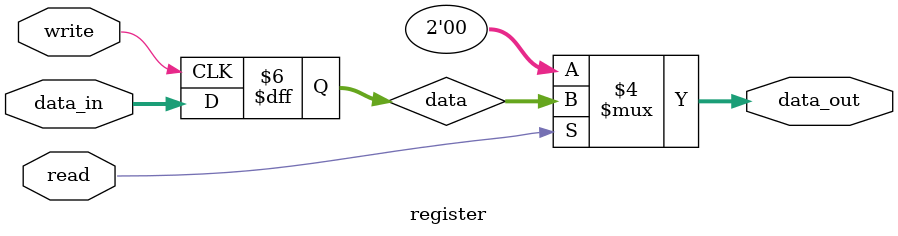
<source format=sv>
module register #(
    parameter N = 2
) (
    input  logic [N-1:0] data_in,
    input  logic         write, read,
    output logic [N-1:0] data_out,
);

    logic [N-1:0] data;

    always_ff @(posedge write) begin
        if (write)
            data <= data_in;
    end

    always_comb begin
        if (read)
            data_out <= data;
        else
            data_out <= 0;
    end

endmodule
</source>
